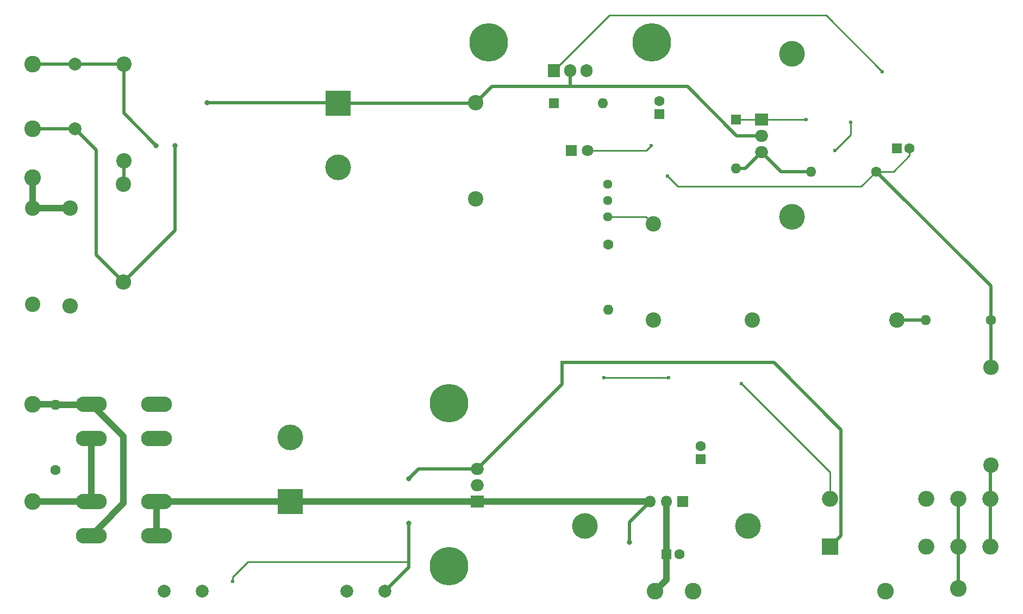
<source format=gbr>
G04 #@! TF.GenerationSoftware,KiCad,Pcbnew,(5.1.10-1-10_14)*
G04 #@! TF.CreationDate,2021-08-10T11:09:26+02:00*
G04 #@! TF.ProjectId,hv-power-supply-v1,68762d70-6f77-4657-922d-737570706c79,rev?*
G04 #@! TF.SameCoordinates,Original*
G04 #@! TF.FileFunction,Copper,L2,Bot*
G04 #@! TF.FilePolarity,Positive*
%FSLAX46Y46*%
G04 Gerber Fmt 4.6, Leading zero omitted, Abs format (unit mm)*
G04 Created by KiCad (PCBNEW (5.1.10-1-10_14)) date 2021-08-10 11:09:26*
%MOMM*%
%LPD*%
G01*
G04 APERTURE LIST*
G04 #@! TA.AperFunction,ComponentPad*
%ADD10C,2.400000*%
G04 #@! TD*
G04 #@! TA.AperFunction,ComponentPad*
%ADD11O,1.600000X1.600000*%
G04 #@! TD*
G04 #@! TA.AperFunction,ComponentPad*
%ADD12C,1.600000*%
G04 #@! TD*
G04 #@! TA.AperFunction,ComponentPad*
%ADD13C,1.440000*%
G04 #@! TD*
G04 #@! TA.AperFunction,ComponentPad*
%ADD14O,2.000000X1.905000*%
G04 #@! TD*
G04 #@! TA.AperFunction,ComponentPad*
%ADD15R,2.000000X1.905000*%
G04 #@! TD*
G04 #@! TA.AperFunction,ComponentPad*
%ADD16C,6.000000*%
G04 #@! TD*
G04 #@! TA.AperFunction,ComponentPad*
%ADD17C,4.000000*%
G04 #@! TD*
G04 #@! TA.AperFunction,ComponentPad*
%ADD18R,1.600000X1.600000*%
G04 #@! TD*
G04 #@! TA.AperFunction,ComponentPad*
%ADD19C,1.800000*%
G04 #@! TD*
G04 #@! TA.AperFunction,ComponentPad*
%ADD20R,1.800000X1.800000*%
G04 #@! TD*
G04 #@! TA.AperFunction,ComponentPad*
%ADD21O,2.400000X2.400000*%
G04 #@! TD*
G04 #@! TA.AperFunction,ComponentPad*
%ADD22C,2.000000*%
G04 #@! TD*
G04 #@! TA.AperFunction,ComponentPad*
%ADD23R,4.000000X4.000000*%
G04 #@! TD*
G04 #@! TA.AperFunction,ComponentPad*
%ADD24O,4.800600X2.400300*%
G04 #@! TD*
G04 #@! TA.AperFunction,ComponentPad*
%ADD25O,1.905000X2.000000*%
G04 #@! TD*
G04 #@! TA.AperFunction,ComponentPad*
%ADD26R,1.905000X2.000000*%
G04 #@! TD*
G04 #@! TA.AperFunction,ComponentPad*
%ADD27C,2.600000*%
G04 #@! TD*
G04 #@! TA.AperFunction,ComponentPad*
%ADD28O,2.500000X2.500000*%
G04 #@! TD*
G04 #@! TA.AperFunction,ComponentPad*
%ADD29R,2.500000X2.500000*%
G04 #@! TD*
G04 #@! TA.AperFunction,ComponentPad*
%ADD30O,1.800000X1.800000*%
G04 #@! TD*
G04 #@! TA.AperFunction,ViaPad*
%ADD31C,0.600000*%
G04 #@! TD*
G04 #@! TA.AperFunction,ViaPad*
%ADD32C,0.800000*%
G04 #@! TD*
G04 #@! TA.AperFunction,Conductor*
%ADD33C,1.000000*%
G04 #@! TD*
G04 #@! TA.AperFunction,Conductor*
%ADD34C,0.500000*%
G04 #@! TD*
G04 #@! TA.AperFunction,Conductor*
%ADD35C,0.250000*%
G04 #@! TD*
G04 APERTURE END LIST*
D10*
X156019500Y-82536000D03*
X156019500Y-97536000D03*
D11*
X180594000Y-74358500D03*
D12*
X190754000Y-74358500D03*
D13*
X148971000Y-81407000D03*
X148971000Y-78867000D03*
X148971000Y-76327000D03*
D11*
X149034500Y-95885000D03*
D12*
X149034500Y-85725000D03*
D14*
X172910500Y-71310500D03*
X172910500Y-68770500D03*
D15*
X172910500Y-66230500D03*
D16*
X130365500Y-54229000D03*
X155765500Y-54229000D03*
D17*
X177609500Y-56007000D03*
X177609500Y-81407000D03*
D11*
X148145500Y-63754000D03*
D18*
X140525500Y-63754000D03*
D11*
X168910000Y-73850500D03*
D18*
X168910000Y-66230500D03*
D19*
X145796000Y-71120000D03*
D20*
X143256000Y-71120000D03*
D10*
X171492500Y-97536000D03*
X193992500Y-97536000D03*
D12*
X195961000Y-70739000D03*
D18*
X193961000Y-70739000D03*
D12*
X156972000Y-63405000D03*
D18*
X156972000Y-65405000D03*
D11*
X62928500Y-110680500D03*
D12*
X62928500Y-120840500D03*
D10*
X73596500Y-57658000D03*
X73596500Y-72658000D03*
D21*
X73533000Y-91567000D03*
D10*
X73533000Y-76327000D03*
D22*
X65976500Y-57658000D03*
X65976500Y-67658000D03*
D16*
X124206000Y-135890000D03*
X124206000Y-110490000D03*
D17*
X99504500Y-115753000D03*
D23*
X99504500Y-125753000D03*
D15*
X128613000Y-125753000D03*
D14*
X128613000Y-123213000D03*
X128613000Y-120673000D03*
D17*
X145377000Y-129563000D03*
X170777000Y-129563000D03*
D21*
X208597500Y-104902000D03*
D10*
X208597500Y-120142000D03*
D24*
X68542000Y-110640000D03*
X78702000Y-110640000D03*
X78702000Y-131087000D03*
X68542000Y-131087000D03*
X78702000Y-125753000D03*
X68542000Y-125753000D03*
X68542000Y-115974000D03*
X78702000Y-115974000D03*
D12*
X163411000Y-117149000D03*
D18*
X163411000Y-119149000D03*
D21*
X65214500Y-95313500D03*
D10*
X65214500Y-80073500D03*
D25*
X145669000Y-58610500D03*
X143129000Y-58610500D03*
D26*
X140589000Y-58610500D03*
D27*
X162268000Y-139723000D03*
X156299000Y-139723000D03*
X59398000Y-110640000D03*
X59372500Y-125753000D03*
X59398000Y-75334000D03*
X59372500Y-67691000D03*
X59372500Y-57658000D03*
D12*
X160077000Y-134008000D03*
D18*
X158077000Y-134008000D03*
D28*
X183578500Y-125342000D03*
X198578500Y-125342000D03*
X203578500Y-125342000D03*
X208578500Y-125342000D03*
X208578500Y-132842000D03*
X203578500Y-132842000D03*
X198578500Y-132842000D03*
D29*
X183578500Y-132842000D03*
D11*
X198437500Y-97536000D03*
D12*
X208597500Y-97536000D03*
D22*
X108293000Y-139723000D03*
X114262000Y-139723000D03*
X79845000Y-139723000D03*
X85814000Y-139723000D03*
D27*
X192240000Y-139723000D03*
X203543000Y-139342000D03*
D10*
X128397000Y-63627000D03*
X128397000Y-78627000D03*
D17*
X106934000Y-73690500D03*
D23*
X106934000Y-63690500D03*
D10*
X59372500Y-95073500D03*
X59372500Y-80073500D03*
D20*
X160617000Y-125753000D03*
D30*
X158077000Y-125753000D03*
X155537000Y-125753000D03*
D31*
X141800500Y-104120000D03*
D32*
X117945000Y-122197000D03*
X117945000Y-129182000D03*
D31*
X90513000Y-138199000D03*
D32*
X86521400Y-63656100D03*
D31*
X148361500Y-106449000D03*
X158458000Y-106449000D03*
X169799000Y-107442000D03*
D32*
X152298500Y-132103000D03*
X78613000Y-70294500D03*
X81534000Y-70294500D03*
D31*
X158242000Y-75057000D03*
X155702000Y-70358000D03*
X184340500Y-71056500D03*
X186753500Y-66675000D03*
X179832000Y-66230500D03*
X191706500Y-58801000D03*
D33*
X59398000Y-80048000D02*
X59372500Y-80073500D01*
X59398000Y-75334000D02*
X59398000Y-80048000D01*
X59372500Y-80073500D02*
X65214500Y-80073500D01*
D34*
X141800500Y-104120000D02*
X174817000Y-104120000D01*
X141800500Y-107485500D02*
X128613000Y-120673000D01*
X141800500Y-104120000D02*
X141800500Y-107485500D01*
X119469000Y-120673000D02*
X117945000Y-122197000D01*
X128613000Y-120673000D02*
X119469000Y-120673000D01*
X117945000Y-136040000D02*
X114262000Y-139723000D01*
D35*
X90513000Y-138199000D02*
X90513000Y-137515500D01*
X92862500Y-135166000D02*
X117945000Y-135166000D01*
X90513000Y-137515500D02*
X92862500Y-135166000D01*
D34*
X117945000Y-135166000D02*
X117945000Y-136040000D01*
X117945000Y-129182000D02*
X117945000Y-135166000D01*
X185278501Y-114581501D02*
X174817000Y-104120000D01*
X185278501Y-131141999D02*
X185278501Y-114581501D01*
X183578500Y-132842000D02*
X185278501Y-131141999D01*
X208578500Y-132842000D02*
X208578500Y-125342000D01*
X208578500Y-120161000D02*
X208597500Y-120142000D01*
X208578500Y-125342000D02*
X208578500Y-120161000D01*
X130556000Y-61468000D02*
X128397000Y-63627000D01*
X169039998Y-68770500D02*
X161356498Y-61087000D01*
X172910500Y-68770500D02*
X169039998Y-68770500D01*
X130937000Y-61087000D02*
X130556000Y-61468000D01*
X143129000Y-58610500D02*
X143129000Y-60960000D01*
X143002000Y-61087000D02*
X130937000Y-61087000D01*
X143129000Y-60960000D02*
X143002000Y-61087000D01*
X161356498Y-61087000D02*
X143002000Y-61087000D01*
X128333500Y-63690500D02*
X128397000Y-63627000D01*
X106934000Y-63690500D02*
X128333500Y-63690500D01*
X106899600Y-63656100D02*
X106934000Y-63690500D01*
X86521400Y-63656100D02*
X106899600Y-63656100D01*
D33*
X158077000Y-125753000D02*
X158077000Y-134008000D01*
X158077000Y-137945000D02*
X156299000Y-139723000D01*
X158077000Y-134008000D02*
X158077000Y-137945000D01*
D34*
X203543000Y-132877500D02*
X203578500Y-132842000D01*
X203543000Y-139342000D02*
X203543000Y-132877500D01*
X203578500Y-132842000D02*
X203578500Y-125342000D01*
D35*
X148361500Y-106449000D02*
X158458000Y-106449000D01*
D34*
X198437500Y-97536000D02*
X193992500Y-97536000D01*
D35*
X183578500Y-121221500D02*
X183578500Y-125342000D01*
X169799000Y-107442000D02*
X183578500Y-121221500D01*
D34*
X73596500Y-76263500D02*
X73533000Y-76327000D01*
X73596500Y-72658000D02*
X73596500Y-76263500D01*
X152298500Y-128991500D02*
X155537000Y-125753000D01*
X152298500Y-132103000D02*
X152298500Y-128991500D01*
D33*
X155537000Y-125753000D02*
X128613000Y-125753000D01*
X99504500Y-125753000D02*
X128613000Y-125753000D01*
X78702000Y-131087000D02*
X78702000Y-125753000D01*
X78702000Y-125753000D02*
X99504500Y-125753000D01*
X71642310Y-127986690D02*
X71642310Y-127859690D01*
X68542000Y-131087000D02*
X71642310Y-127986690D01*
X71642310Y-127859690D02*
X73495000Y-126007000D01*
X73495000Y-115593000D02*
X68542000Y-110640000D01*
X73495000Y-126007000D02*
X73495000Y-115593000D01*
X62888000Y-110640000D02*
X62928500Y-110680500D01*
X59398000Y-110640000D02*
X62888000Y-110640000D01*
X68501500Y-110680500D02*
X68542000Y-110640000D01*
X62928500Y-110680500D02*
X68501500Y-110680500D01*
X68542000Y-115974000D02*
X68542000Y-125753000D01*
X59372500Y-125753000D02*
X68542000Y-125753000D01*
D34*
X65976500Y-57658000D02*
X73596500Y-57658000D01*
X59372500Y-57658000D02*
X65976500Y-57658000D01*
X73596500Y-65278000D02*
X78613000Y-70294500D01*
X73596500Y-57658000D02*
X73596500Y-65278000D01*
X69278500Y-70960000D02*
X65976500Y-67658000D01*
X69278500Y-87312500D02*
X69278500Y-70960000D01*
X73533000Y-91567000D02*
X69278500Y-87312500D01*
X65943500Y-67691000D02*
X65976500Y-67658000D01*
X59372500Y-67691000D02*
X65943500Y-67691000D01*
X81534000Y-83566000D02*
X81534000Y-70294500D01*
X73533000Y-91567000D02*
X81534000Y-83566000D01*
D35*
X154890500Y-81407000D02*
X156019500Y-82536000D01*
X148971000Y-81407000D02*
X154890500Y-81407000D01*
X158242000Y-75057000D02*
X159893000Y-76708000D01*
X188404500Y-76708000D02*
X190754000Y-74358500D01*
X159893000Y-76708000D02*
X188404500Y-76708000D01*
X195961000Y-71870370D02*
X195961000Y-70739000D01*
X193472870Y-74358500D02*
X195961000Y-71870370D01*
X190754000Y-74358500D02*
X193472870Y-74358500D01*
D34*
X208597500Y-104902000D02*
X208597500Y-97536000D01*
X208597500Y-92202000D02*
X190754000Y-74358500D01*
X208597500Y-97536000D02*
X208597500Y-92202000D01*
D35*
X145796000Y-58737500D02*
X145669000Y-58610500D01*
X154940000Y-71120000D02*
X155702000Y-70358000D01*
X145796000Y-71120000D02*
X154940000Y-71120000D01*
D34*
X175958500Y-74358500D02*
X172910500Y-71310500D01*
X180594000Y-74358500D02*
X175958500Y-74358500D01*
X170370500Y-73850500D02*
X172910500Y-71310500D01*
X168910000Y-73850500D02*
X170370500Y-73850500D01*
D35*
X184340500Y-71056500D02*
X186753500Y-68643500D01*
X186753500Y-68643500D02*
X186753500Y-66675000D01*
X168910000Y-66230500D02*
X172910500Y-66230500D01*
X172910500Y-66230500D02*
X179832000Y-66230500D01*
X191706500Y-58801000D02*
X182943500Y-50038000D01*
X149161500Y-50038000D02*
X140589000Y-58610500D01*
X182943500Y-50038000D02*
X149161500Y-50038000D01*
M02*

</source>
